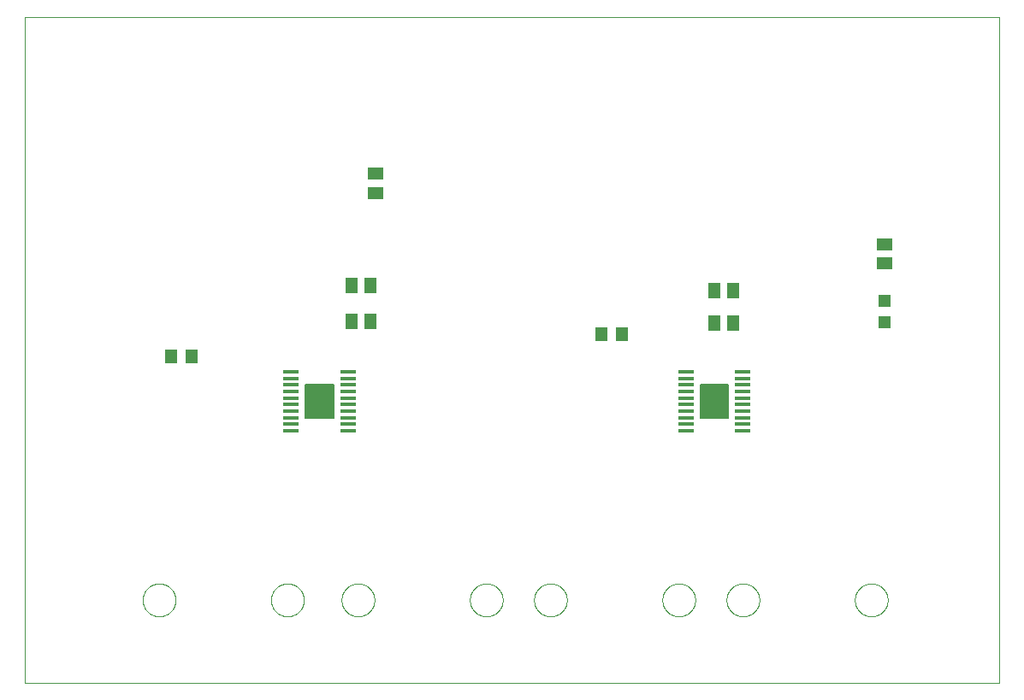
<source format=gtp>
G75*
%MOIN*%
%OFA0B0*%
%FSLAX25Y25*%
%IPPOS*%
%LPD*%
%AMOC8*
5,1,8,0,0,1.08239X$1,22.5*
%
%ADD10C,0.00000*%
%ADD11R,0.05118X0.05906*%
%ADD12R,0.06102X0.01181*%
%ADD13C,0.00500*%
%ADD14R,0.04724X0.04724*%
%ADD15R,0.04843X0.05551*%
%ADD16R,0.04882X0.05512*%
%ADD17R,0.05906X0.05118*%
D10*
X0002600Y0002600D02*
X0002600Y0262561D01*
X0382551Y0262561D01*
X0382551Y0002600D01*
X0002600Y0002600D01*
X0048700Y0035100D02*
X0048702Y0035260D01*
X0048708Y0035419D01*
X0048718Y0035578D01*
X0048732Y0035737D01*
X0048750Y0035896D01*
X0048771Y0036054D01*
X0048797Y0036211D01*
X0048827Y0036368D01*
X0048860Y0036524D01*
X0048898Y0036679D01*
X0048939Y0036833D01*
X0048984Y0036986D01*
X0049033Y0037138D01*
X0049086Y0037289D01*
X0049142Y0037438D01*
X0049203Y0037586D01*
X0049266Y0037732D01*
X0049334Y0037877D01*
X0049405Y0038020D01*
X0049479Y0038161D01*
X0049557Y0038300D01*
X0049639Y0038437D01*
X0049724Y0038572D01*
X0049812Y0038705D01*
X0049904Y0038836D01*
X0049998Y0038964D01*
X0050096Y0039090D01*
X0050197Y0039214D01*
X0050301Y0039335D01*
X0050408Y0039453D01*
X0050518Y0039569D01*
X0050631Y0039682D01*
X0050747Y0039792D01*
X0050865Y0039899D01*
X0050986Y0040003D01*
X0051110Y0040104D01*
X0051236Y0040202D01*
X0051364Y0040296D01*
X0051495Y0040388D01*
X0051628Y0040476D01*
X0051763Y0040561D01*
X0051900Y0040643D01*
X0052039Y0040721D01*
X0052180Y0040795D01*
X0052323Y0040866D01*
X0052468Y0040934D01*
X0052614Y0040997D01*
X0052762Y0041058D01*
X0052911Y0041114D01*
X0053062Y0041167D01*
X0053214Y0041216D01*
X0053367Y0041261D01*
X0053521Y0041302D01*
X0053676Y0041340D01*
X0053832Y0041373D01*
X0053989Y0041403D01*
X0054146Y0041429D01*
X0054304Y0041450D01*
X0054463Y0041468D01*
X0054622Y0041482D01*
X0054781Y0041492D01*
X0054940Y0041498D01*
X0055100Y0041500D01*
X0055260Y0041498D01*
X0055419Y0041492D01*
X0055578Y0041482D01*
X0055737Y0041468D01*
X0055896Y0041450D01*
X0056054Y0041429D01*
X0056211Y0041403D01*
X0056368Y0041373D01*
X0056524Y0041340D01*
X0056679Y0041302D01*
X0056833Y0041261D01*
X0056986Y0041216D01*
X0057138Y0041167D01*
X0057289Y0041114D01*
X0057438Y0041058D01*
X0057586Y0040997D01*
X0057732Y0040934D01*
X0057877Y0040866D01*
X0058020Y0040795D01*
X0058161Y0040721D01*
X0058300Y0040643D01*
X0058437Y0040561D01*
X0058572Y0040476D01*
X0058705Y0040388D01*
X0058836Y0040296D01*
X0058964Y0040202D01*
X0059090Y0040104D01*
X0059214Y0040003D01*
X0059335Y0039899D01*
X0059453Y0039792D01*
X0059569Y0039682D01*
X0059682Y0039569D01*
X0059792Y0039453D01*
X0059899Y0039335D01*
X0060003Y0039214D01*
X0060104Y0039090D01*
X0060202Y0038964D01*
X0060296Y0038836D01*
X0060388Y0038705D01*
X0060476Y0038572D01*
X0060561Y0038437D01*
X0060643Y0038300D01*
X0060721Y0038161D01*
X0060795Y0038020D01*
X0060866Y0037877D01*
X0060934Y0037732D01*
X0060997Y0037586D01*
X0061058Y0037438D01*
X0061114Y0037289D01*
X0061167Y0037138D01*
X0061216Y0036986D01*
X0061261Y0036833D01*
X0061302Y0036679D01*
X0061340Y0036524D01*
X0061373Y0036368D01*
X0061403Y0036211D01*
X0061429Y0036054D01*
X0061450Y0035896D01*
X0061468Y0035737D01*
X0061482Y0035578D01*
X0061492Y0035419D01*
X0061498Y0035260D01*
X0061500Y0035100D01*
X0061498Y0034940D01*
X0061492Y0034781D01*
X0061482Y0034622D01*
X0061468Y0034463D01*
X0061450Y0034304D01*
X0061429Y0034146D01*
X0061403Y0033989D01*
X0061373Y0033832D01*
X0061340Y0033676D01*
X0061302Y0033521D01*
X0061261Y0033367D01*
X0061216Y0033214D01*
X0061167Y0033062D01*
X0061114Y0032911D01*
X0061058Y0032762D01*
X0060997Y0032614D01*
X0060934Y0032468D01*
X0060866Y0032323D01*
X0060795Y0032180D01*
X0060721Y0032039D01*
X0060643Y0031900D01*
X0060561Y0031763D01*
X0060476Y0031628D01*
X0060388Y0031495D01*
X0060296Y0031364D01*
X0060202Y0031236D01*
X0060104Y0031110D01*
X0060003Y0030986D01*
X0059899Y0030865D01*
X0059792Y0030747D01*
X0059682Y0030631D01*
X0059569Y0030518D01*
X0059453Y0030408D01*
X0059335Y0030301D01*
X0059214Y0030197D01*
X0059090Y0030096D01*
X0058964Y0029998D01*
X0058836Y0029904D01*
X0058705Y0029812D01*
X0058572Y0029724D01*
X0058437Y0029639D01*
X0058300Y0029557D01*
X0058161Y0029479D01*
X0058020Y0029405D01*
X0057877Y0029334D01*
X0057732Y0029266D01*
X0057586Y0029203D01*
X0057438Y0029142D01*
X0057289Y0029086D01*
X0057138Y0029033D01*
X0056986Y0028984D01*
X0056833Y0028939D01*
X0056679Y0028898D01*
X0056524Y0028860D01*
X0056368Y0028827D01*
X0056211Y0028797D01*
X0056054Y0028771D01*
X0055896Y0028750D01*
X0055737Y0028732D01*
X0055578Y0028718D01*
X0055419Y0028708D01*
X0055260Y0028702D01*
X0055100Y0028700D01*
X0054940Y0028702D01*
X0054781Y0028708D01*
X0054622Y0028718D01*
X0054463Y0028732D01*
X0054304Y0028750D01*
X0054146Y0028771D01*
X0053989Y0028797D01*
X0053832Y0028827D01*
X0053676Y0028860D01*
X0053521Y0028898D01*
X0053367Y0028939D01*
X0053214Y0028984D01*
X0053062Y0029033D01*
X0052911Y0029086D01*
X0052762Y0029142D01*
X0052614Y0029203D01*
X0052468Y0029266D01*
X0052323Y0029334D01*
X0052180Y0029405D01*
X0052039Y0029479D01*
X0051900Y0029557D01*
X0051763Y0029639D01*
X0051628Y0029724D01*
X0051495Y0029812D01*
X0051364Y0029904D01*
X0051236Y0029998D01*
X0051110Y0030096D01*
X0050986Y0030197D01*
X0050865Y0030301D01*
X0050747Y0030408D01*
X0050631Y0030518D01*
X0050518Y0030631D01*
X0050408Y0030747D01*
X0050301Y0030865D01*
X0050197Y0030986D01*
X0050096Y0031110D01*
X0049998Y0031236D01*
X0049904Y0031364D01*
X0049812Y0031495D01*
X0049724Y0031628D01*
X0049639Y0031763D01*
X0049557Y0031900D01*
X0049479Y0032039D01*
X0049405Y0032180D01*
X0049334Y0032323D01*
X0049266Y0032468D01*
X0049203Y0032614D01*
X0049142Y0032762D01*
X0049086Y0032911D01*
X0049033Y0033062D01*
X0048984Y0033214D01*
X0048939Y0033367D01*
X0048898Y0033521D01*
X0048860Y0033676D01*
X0048827Y0033832D01*
X0048797Y0033989D01*
X0048771Y0034146D01*
X0048750Y0034304D01*
X0048732Y0034463D01*
X0048718Y0034622D01*
X0048708Y0034781D01*
X0048702Y0034940D01*
X0048700Y0035100D01*
X0098700Y0035100D02*
X0098702Y0035260D01*
X0098708Y0035419D01*
X0098718Y0035578D01*
X0098732Y0035737D01*
X0098750Y0035896D01*
X0098771Y0036054D01*
X0098797Y0036211D01*
X0098827Y0036368D01*
X0098860Y0036524D01*
X0098898Y0036679D01*
X0098939Y0036833D01*
X0098984Y0036986D01*
X0099033Y0037138D01*
X0099086Y0037289D01*
X0099142Y0037438D01*
X0099203Y0037586D01*
X0099266Y0037732D01*
X0099334Y0037877D01*
X0099405Y0038020D01*
X0099479Y0038161D01*
X0099557Y0038300D01*
X0099639Y0038437D01*
X0099724Y0038572D01*
X0099812Y0038705D01*
X0099904Y0038836D01*
X0099998Y0038964D01*
X0100096Y0039090D01*
X0100197Y0039214D01*
X0100301Y0039335D01*
X0100408Y0039453D01*
X0100518Y0039569D01*
X0100631Y0039682D01*
X0100747Y0039792D01*
X0100865Y0039899D01*
X0100986Y0040003D01*
X0101110Y0040104D01*
X0101236Y0040202D01*
X0101364Y0040296D01*
X0101495Y0040388D01*
X0101628Y0040476D01*
X0101763Y0040561D01*
X0101900Y0040643D01*
X0102039Y0040721D01*
X0102180Y0040795D01*
X0102323Y0040866D01*
X0102468Y0040934D01*
X0102614Y0040997D01*
X0102762Y0041058D01*
X0102911Y0041114D01*
X0103062Y0041167D01*
X0103214Y0041216D01*
X0103367Y0041261D01*
X0103521Y0041302D01*
X0103676Y0041340D01*
X0103832Y0041373D01*
X0103989Y0041403D01*
X0104146Y0041429D01*
X0104304Y0041450D01*
X0104463Y0041468D01*
X0104622Y0041482D01*
X0104781Y0041492D01*
X0104940Y0041498D01*
X0105100Y0041500D01*
X0105260Y0041498D01*
X0105419Y0041492D01*
X0105578Y0041482D01*
X0105737Y0041468D01*
X0105896Y0041450D01*
X0106054Y0041429D01*
X0106211Y0041403D01*
X0106368Y0041373D01*
X0106524Y0041340D01*
X0106679Y0041302D01*
X0106833Y0041261D01*
X0106986Y0041216D01*
X0107138Y0041167D01*
X0107289Y0041114D01*
X0107438Y0041058D01*
X0107586Y0040997D01*
X0107732Y0040934D01*
X0107877Y0040866D01*
X0108020Y0040795D01*
X0108161Y0040721D01*
X0108300Y0040643D01*
X0108437Y0040561D01*
X0108572Y0040476D01*
X0108705Y0040388D01*
X0108836Y0040296D01*
X0108964Y0040202D01*
X0109090Y0040104D01*
X0109214Y0040003D01*
X0109335Y0039899D01*
X0109453Y0039792D01*
X0109569Y0039682D01*
X0109682Y0039569D01*
X0109792Y0039453D01*
X0109899Y0039335D01*
X0110003Y0039214D01*
X0110104Y0039090D01*
X0110202Y0038964D01*
X0110296Y0038836D01*
X0110388Y0038705D01*
X0110476Y0038572D01*
X0110561Y0038437D01*
X0110643Y0038300D01*
X0110721Y0038161D01*
X0110795Y0038020D01*
X0110866Y0037877D01*
X0110934Y0037732D01*
X0110997Y0037586D01*
X0111058Y0037438D01*
X0111114Y0037289D01*
X0111167Y0037138D01*
X0111216Y0036986D01*
X0111261Y0036833D01*
X0111302Y0036679D01*
X0111340Y0036524D01*
X0111373Y0036368D01*
X0111403Y0036211D01*
X0111429Y0036054D01*
X0111450Y0035896D01*
X0111468Y0035737D01*
X0111482Y0035578D01*
X0111492Y0035419D01*
X0111498Y0035260D01*
X0111500Y0035100D01*
X0111498Y0034940D01*
X0111492Y0034781D01*
X0111482Y0034622D01*
X0111468Y0034463D01*
X0111450Y0034304D01*
X0111429Y0034146D01*
X0111403Y0033989D01*
X0111373Y0033832D01*
X0111340Y0033676D01*
X0111302Y0033521D01*
X0111261Y0033367D01*
X0111216Y0033214D01*
X0111167Y0033062D01*
X0111114Y0032911D01*
X0111058Y0032762D01*
X0110997Y0032614D01*
X0110934Y0032468D01*
X0110866Y0032323D01*
X0110795Y0032180D01*
X0110721Y0032039D01*
X0110643Y0031900D01*
X0110561Y0031763D01*
X0110476Y0031628D01*
X0110388Y0031495D01*
X0110296Y0031364D01*
X0110202Y0031236D01*
X0110104Y0031110D01*
X0110003Y0030986D01*
X0109899Y0030865D01*
X0109792Y0030747D01*
X0109682Y0030631D01*
X0109569Y0030518D01*
X0109453Y0030408D01*
X0109335Y0030301D01*
X0109214Y0030197D01*
X0109090Y0030096D01*
X0108964Y0029998D01*
X0108836Y0029904D01*
X0108705Y0029812D01*
X0108572Y0029724D01*
X0108437Y0029639D01*
X0108300Y0029557D01*
X0108161Y0029479D01*
X0108020Y0029405D01*
X0107877Y0029334D01*
X0107732Y0029266D01*
X0107586Y0029203D01*
X0107438Y0029142D01*
X0107289Y0029086D01*
X0107138Y0029033D01*
X0106986Y0028984D01*
X0106833Y0028939D01*
X0106679Y0028898D01*
X0106524Y0028860D01*
X0106368Y0028827D01*
X0106211Y0028797D01*
X0106054Y0028771D01*
X0105896Y0028750D01*
X0105737Y0028732D01*
X0105578Y0028718D01*
X0105419Y0028708D01*
X0105260Y0028702D01*
X0105100Y0028700D01*
X0104940Y0028702D01*
X0104781Y0028708D01*
X0104622Y0028718D01*
X0104463Y0028732D01*
X0104304Y0028750D01*
X0104146Y0028771D01*
X0103989Y0028797D01*
X0103832Y0028827D01*
X0103676Y0028860D01*
X0103521Y0028898D01*
X0103367Y0028939D01*
X0103214Y0028984D01*
X0103062Y0029033D01*
X0102911Y0029086D01*
X0102762Y0029142D01*
X0102614Y0029203D01*
X0102468Y0029266D01*
X0102323Y0029334D01*
X0102180Y0029405D01*
X0102039Y0029479D01*
X0101900Y0029557D01*
X0101763Y0029639D01*
X0101628Y0029724D01*
X0101495Y0029812D01*
X0101364Y0029904D01*
X0101236Y0029998D01*
X0101110Y0030096D01*
X0100986Y0030197D01*
X0100865Y0030301D01*
X0100747Y0030408D01*
X0100631Y0030518D01*
X0100518Y0030631D01*
X0100408Y0030747D01*
X0100301Y0030865D01*
X0100197Y0030986D01*
X0100096Y0031110D01*
X0099998Y0031236D01*
X0099904Y0031364D01*
X0099812Y0031495D01*
X0099724Y0031628D01*
X0099639Y0031763D01*
X0099557Y0031900D01*
X0099479Y0032039D01*
X0099405Y0032180D01*
X0099334Y0032323D01*
X0099266Y0032468D01*
X0099203Y0032614D01*
X0099142Y0032762D01*
X0099086Y0032911D01*
X0099033Y0033062D01*
X0098984Y0033214D01*
X0098939Y0033367D01*
X0098898Y0033521D01*
X0098860Y0033676D01*
X0098827Y0033832D01*
X0098797Y0033989D01*
X0098771Y0034146D01*
X0098750Y0034304D01*
X0098732Y0034463D01*
X0098718Y0034622D01*
X0098708Y0034781D01*
X0098702Y0034940D01*
X0098700Y0035100D01*
X0126200Y0035100D02*
X0126202Y0035260D01*
X0126208Y0035419D01*
X0126218Y0035578D01*
X0126232Y0035737D01*
X0126250Y0035896D01*
X0126271Y0036054D01*
X0126297Y0036211D01*
X0126327Y0036368D01*
X0126360Y0036524D01*
X0126398Y0036679D01*
X0126439Y0036833D01*
X0126484Y0036986D01*
X0126533Y0037138D01*
X0126586Y0037289D01*
X0126642Y0037438D01*
X0126703Y0037586D01*
X0126766Y0037732D01*
X0126834Y0037877D01*
X0126905Y0038020D01*
X0126979Y0038161D01*
X0127057Y0038300D01*
X0127139Y0038437D01*
X0127224Y0038572D01*
X0127312Y0038705D01*
X0127404Y0038836D01*
X0127498Y0038964D01*
X0127596Y0039090D01*
X0127697Y0039214D01*
X0127801Y0039335D01*
X0127908Y0039453D01*
X0128018Y0039569D01*
X0128131Y0039682D01*
X0128247Y0039792D01*
X0128365Y0039899D01*
X0128486Y0040003D01*
X0128610Y0040104D01*
X0128736Y0040202D01*
X0128864Y0040296D01*
X0128995Y0040388D01*
X0129128Y0040476D01*
X0129263Y0040561D01*
X0129400Y0040643D01*
X0129539Y0040721D01*
X0129680Y0040795D01*
X0129823Y0040866D01*
X0129968Y0040934D01*
X0130114Y0040997D01*
X0130262Y0041058D01*
X0130411Y0041114D01*
X0130562Y0041167D01*
X0130714Y0041216D01*
X0130867Y0041261D01*
X0131021Y0041302D01*
X0131176Y0041340D01*
X0131332Y0041373D01*
X0131489Y0041403D01*
X0131646Y0041429D01*
X0131804Y0041450D01*
X0131963Y0041468D01*
X0132122Y0041482D01*
X0132281Y0041492D01*
X0132440Y0041498D01*
X0132600Y0041500D01*
X0132760Y0041498D01*
X0132919Y0041492D01*
X0133078Y0041482D01*
X0133237Y0041468D01*
X0133396Y0041450D01*
X0133554Y0041429D01*
X0133711Y0041403D01*
X0133868Y0041373D01*
X0134024Y0041340D01*
X0134179Y0041302D01*
X0134333Y0041261D01*
X0134486Y0041216D01*
X0134638Y0041167D01*
X0134789Y0041114D01*
X0134938Y0041058D01*
X0135086Y0040997D01*
X0135232Y0040934D01*
X0135377Y0040866D01*
X0135520Y0040795D01*
X0135661Y0040721D01*
X0135800Y0040643D01*
X0135937Y0040561D01*
X0136072Y0040476D01*
X0136205Y0040388D01*
X0136336Y0040296D01*
X0136464Y0040202D01*
X0136590Y0040104D01*
X0136714Y0040003D01*
X0136835Y0039899D01*
X0136953Y0039792D01*
X0137069Y0039682D01*
X0137182Y0039569D01*
X0137292Y0039453D01*
X0137399Y0039335D01*
X0137503Y0039214D01*
X0137604Y0039090D01*
X0137702Y0038964D01*
X0137796Y0038836D01*
X0137888Y0038705D01*
X0137976Y0038572D01*
X0138061Y0038437D01*
X0138143Y0038300D01*
X0138221Y0038161D01*
X0138295Y0038020D01*
X0138366Y0037877D01*
X0138434Y0037732D01*
X0138497Y0037586D01*
X0138558Y0037438D01*
X0138614Y0037289D01*
X0138667Y0037138D01*
X0138716Y0036986D01*
X0138761Y0036833D01*
X0138802Y0036679D01*
X0138840Y0036524D01*
X0138873Y0036368D01*
X0138903Y0036211D01*
X0138929Y0036054D01*
X0138950Y0035896D01*
X0138968Y0035737D01*
X0138982Y0035578D01*
X0138992Y0035419D01*
X0138998Y0035260D01*
X0139000Y0035100D01*
X0138998Y0034940D01*
X0138992Y0034781D01*
X0138982Y0034622D01*
X0138968Y0034463D01*
X0138950Y0034304D01*
X0138929Y0034146D01*
X0138903Y0033989D01*
X0138873Y0033832D01*
X0138840Y0033676D01*
X0138802Y0033521D01*
X0138761Y0033367D01*
X0138716Y0033214D01*
X0138667Y0033062D01*
X0138614Y0032911D01*
X0138558Y0032762D01*
X0138497Y0032614D01*
X0138434Y0032468D01*
X0138366Y0032323D01*
X0138295Y0032180D01*
X0138221Y0032039D01*
X0138143Y0031900D01*
X0138061Y0031763D01*
X0137976Y0031628D01*
X0137888Y0031495D01*
X0137796Y0031364D01*
X0137702Y0031236D01*
X0137604Y0031110D01*
X0137503Y0030986D01*
X0137399Y0030865D01*
X0137292Y0030747D01*
X0137182Y0030631D01*
X0137069Y0030518D01*
X0136953Y0030408D01*
X0136835Y0030301D01*
X0136714Y0030197D01*
X0136590Y0030096D01*
X0136464Y0029998D01*
X0136336Y0029904D01*
X0136205Y0029812D01*
X0136072Y0029724D01*
X0135937Y0029639D01*
X0135800Y0029557D01*
X0135661Y0029479D01*
X0135520Y0029405D01*
X0135377Y0029334D01*
X0135232Y0029266D01*
X0135086Y0029203D01*
X0134938Y0029142D01*
X0134789Y0029086D01*
X0134638Y0029033D01*
X0134486Y0028984D01*
X0134333Y0028939D01*
X0134179Y0028898D01*
X0134024Y0028860D01*
X0133868Y0028827D01*
X0133711Y0028797D01*
X0133554Y0028771D01*
X0133396Y0028750D01*
X0133237Y0028732D01*
X0133078Y0028718D01*
X0132919Y0028708D01*
X0132760Y0028702D01*
X0132600Y0028700D01*
X0132440Y0028702D01*
X0132281Y0028708D01*
X0132122Y0028718D01*
X0131963Y0028732D01*
X0131804Y0028750D01*
X0131646Y0028771D01*
X0131489Y0028797D01*
X0131332Y0028827D01*
X0131176Y0028860D01*
X0131021Y0028898D01*
X0130867Y0028939D01*
X0130714Y0028984D01*
X0130562Y0029033D01*
X0130411Y0029086D01*
X0130262Y0029142D01*
X0130114Y0029203D01*
X0129968Y0029266D01*
X0129823Y0029334D01*
X0129680Y0029405D01*
X0129539Y0029479D01*
X0129400Y0029557D01*
X0129263Y0029639D01*
X0129128Y0029724D01*
X0128995Y0029812D01*
X0128864Y0029904D01*
X0128736Y0029998D01*
X0128610Y0030096D01*
X0128486Y0030197D01*
X0128365Y0030301D01*
X0128247Y0030408D01*
X0128131Y0030518D01*
X0128018Y0030631D01*
X0127908Y0030747D01*
X0127801Y0030865D01*
X0127697Y0030986D01*
X0127596Y0031110D01*
X0127498Y0031236D01*
X0127404Y0031364D01*
X0127312Y0031495D01*
X0127224Y0031628D01*
X0127139Y0031763D01*
X0127057Y0031900D01*
X0126979Y0032039D01*
X0126905Y0032180D01*
X0126834Y0032323D01*
X0126766Y0032468D01*
X0126703Y0032614D01*
X0126642Y0032762D01*
X0126586Y0032911D01*
X0126533Y0033062D01*
X0126484Y0033214D01*
X0126439Y0033367D01*
X0126398Y0033521D01*
X0126360Y0033676D01*
X0126327Y0033832D01*
X0126297Y0033989D01*
X0126271Y0034146D01*
X0126250Y0034304D01*
X0126232Y0034463D01*
X0126218Y0034622D01*
X0126208Y0034781D01*
X0126202Y0034940D01*
X0126200Y0035100D01*
X0176200Y0035100D02*
X0176202Y0035260D01*
X0176208Y0035419D01*
X0176218Y0035578D01*
X0176232Y0035737D01*
X0176250Y0035896D01*
X0176271Y0036054D01*
X0176297Y0036211D01*
X0176327Y0036368D01*
X0176360Y0036524D01*
X0176398Y0036679D01*
X0176439Y0036833D01*
X0176484Y0036986D01*
X0176533Y0037138D01*
X0176586Y0037289D01*
X0176642Y0037438D01*
X0176703Y0037586D01*
X0176766Y0037732D01*
X0176834Y0037877D01*
X0176905Y0038020D01*
X0176979Y0038161D01*
X0177057Y0038300D01*
X0177139Y0038437D01*
X0177224Y0038572D01*
X0177312Y0038705D01*
X0177404Y0038836D01*
X0177498Y0038964D01*
X0177596Y0039090D01*
X0177697Y0039214D01*
X0177801Y0039335D01*
X0177908Y0039453D01*
X0178018Y0039569D01*
X0178131Y0039682D01*
X0178247Y0039792D01*
X0178365Y0039899D01*
X0178486Y0040003D01*
X0178610Y0040104D01*
X0178736Y0040202D01*
X0178864Y0040296D01*
X0178995Y0040388D01*
X0179128Y0040476D01*
X0179263Y0040561D01*
X0179400Y0040643D01*
X0179539Y0040721D01*
X0179680Y0040795D01*
X0179823Y0040866D01*
X0179968Y0040934D01*
X0180114Y0040997D01*
X0180262Y0041058D01*
X0180411Y0041114D01*
X0180562Y0041167D01*
X0180714Y0041216D01*
X0180867Y0041261D01*
X0181021Y0041302D01*
X0181176Y0041340D01*
X0181332Y0041373D01*
X0181489Y0041403D01*
X0181646Y0041429D01*
X0181804Y0041450D01*
X0181963Y0041468D01*
X0182122Y0041482D01*
X0182281Y0041492D01*
X0182440Y0041498D01*
X0182600Y0041500D01*
X0182760Y0041498D01*
X0182919Y0041492D01*
X0183078Y0041482D01*
X0183237Y0041468D01*
X0183396Y0041450D01*
X0183554Y0041429D01*
X0183711Y0041403D01*
X0183868Y0041373D01*
X0184024Y0041340D01*
X0184179Y0041302D01*
X0184333Y0041261D01*
X0184486Y0041216D01*
X0184638Y0041167D01*
X0184789Y0041114D01*
X0184938Y0041058D01*
X0185086Y0040997D01*
X0185232Y0040934D01*
X0185377Y0040866D01*
X0185520Y0040795D01*
X0185661Y0040721D01*
X0185800Y0040643D01*
X0185937Y0040561D01*
X0186072Y0040476D01*
X0186205Y0040388D01*
X0186336Y0040296D01*
X0186464Y0040202D01*
X0186590Y0040104D01*
X0186714Y0040003D01*
X0186835Y0039899D01*
X0186953Y0039792D01*
X0187069Y0039682D01*
X0187182Y0039569D01*
X0187292Y0039453D01*
X0187399Y0039335D01*
X0187503Y0039214D01*
X0187604Y0039090D01*
X0187702Y0038964D01*
X0187796Y0038836D01*
X0187888Y0038705D01*
X0187976Y0038572D01*
X0188061Y0038437D01*
X0188143Y0038300D01*
X0188221Y0038161D01*
X0188295Y0038020D01*
X0188366Y0037877D01*
X0188434Y0037732D01*
X0188497Y0037586D01*
X0188558Y0037438D01*
X0188614Y0037289D01*
X0188667Y0037138D01*
X0188716Y0036986D01*
X0188761Y0036833D01*
X0188802Y0036679D01*
X0188840Y0036524D01*
X0188873Y0036368D01*
X0188903Y0036211D01*
X0188929Y0036054D01*
X0188950Y0035896D01*
X0188968Y0035737D01*
X0188982Y0035578D01*
X0188992Y0035419D01*
X0188998Y0035260D01*
X0189000Y0035100D01*
X0188998Y0034940D01*
X0188992Y0034781D01*
X0188982Y0034622D01*
X0188968Y0034463D01*
X0188950Y0034304D01*
X0188929Y0034146D01*
X0188903Y0033989D01*
X0188873Y0033832D01*
X0188840Y0033676D01*
X0188802Y0033521D01*
X0188761Y0033367D01*
X0188716Y0033214D01*
X0188667Y0033062D01*
X0188614Y0032911D01*
X0188558Y0032762D01*
X0188497Y0032614D01*
X0188434Y0032468D01*
X0188366Y0032323D01*
X0188295Y0032180D01*
X0188221Y0032039D01*
X0188143Y0031900D01*
X0188061Y0031763D01*
X0187976Y0031628D01*
X0187888Y0031495D01*
X0187796Y0031364D01*
X0187702Y0031236D01*
X0187604Y0031110D01*
X0187503Y0030986D01*
X0187399Y0030865D01*
X0187292Y0030747D01*
X0187182Y0030631D01*
X0187069Y0030518D01*
X0186953Y0030408D01*
X0186835Y0030301D01*
X0186714Y0030197D01*
X0186590Y0030096D01*
X0186464Y0029998D01*
X0186336Y0029904D01*
X0186205Y0029812D01*
X0186072Y0029724D01*
X0185937Y0029639D01*
X0185800Y0029557D01*
X0185661Y0029479D01*
X0185520Y0029405D01*
X0185377Y0029334D01*
X0185232Y0029266D01*
X0185086Y0029203D01*
X0184938Y0029142D01*
X0184789Y0029086D01*
X0184638Y0029033D01*
X0184486Y0028984D01*
X0184333Y0028939D01*
X0184179Y0028898D01*
X0184024Y0028860D01*
X0183868Y0028827D01*
X0183711Y0028797D01*
X0183554Y0028771D01*
X0183396Y0028750D01*
X0183237Y0028732D01*
X0183078Y0028718D01*
X0182919Y0028708D01*
X0182760Y0028702D01*
X0182600Y0028700D01*
X0182440Y0028702D01*
X0182281Y0028708D01*
X0182122Y0028718D01*
X0181963Y0028732D01*
X0181804Y0028750D01*
X0181646Y0028771D01*
X0181489Y0028797D01*
X0181332Y0028827D01*
X0181176Y0028860D01*
X0181021Y0028898D01*
X0180867Y0028939D01*
X0180714Y0028984D01*
X0180562Y0029033D01*
X0180411Y0029086D01*
X0180262Y0029142D01*
X0180114Y0029203D01*
X0179968Y0029266D01*
X0179823Y0029334D01*
X0179680Y0029405D01*
X0179539Y0029479D01*
X0179400Y0029557D01*
X0179263Y0029639D01*
X0179128Y0029724D01*
X0178995Y0029812D01*
X0178864Y0029904D01*
X0178736Y0029998D01*
X0178610Y0030096D01*
X0178486Y0030197D01*
X0178365Y0030301D01*
X0178247Y0030408D01*
X0178131Y0030518D01*
X0178018Y0030631D01*
X0177908Y0030747D01*
X0177801Y0030865D01*
X0177697Y0030986D01*
X0177596Y0031110D01*
X0177498Y0031236D01*
X0177404Y0031364D01*
X0177312Y0031495D01*
X0177224Y0031628D01*
X0177139Y0031763D01*
X0177057Y0031900D01*
X0176979Y0032039D01*
X0176905Y0032180D01*
X0176834Y0032323D01*
X0176766Y0032468D01*
X0176703Y0032614D01*
X0176642Y0032762D01*
X0176586Y0032911D01*
X0176533Y0033062D01*
X0176484Y0033214D01*
X0176439Y0033367D01*
X0176398Y0033521D01*
X0176360Y0033676D01*
X0176327Y0033832D01*
X0176297Y0033989D01*
X0176271Y0034146D01*
X0176250Y0034304D01*
X0176232Y0034463D01*
X0176218Y0034622D01*
X0176208Y0034781D01*
X0176202Y0034940D01*
X0176200Y0035100D01*
X0201200Y0035100D02*
X0201202Y0035260D01*
X0201208Y0035419D01*
X0201218Y0035578D01*
X0201232Y0035737D01*
X0201250Y0035896D01*
X0201271Y0036054D01*
X0201297Y0036211D01*
X0201327Y0036368D01*
X0201360Y0036524D01*
X0201398Y0036679D01*
X0201439Y0036833D01*
X0201484Y0036986D01*
X0201533Y0037138D01*
X0201586Y0037289D01*
X0201642Y0037438D01*
X0201703Y0037586D01*
X0201766Y0037732D01*
X0201834Y0037877D01*
X0201905Y0038020D01*
X0201979Y0038161D01*
X0202057Y0038300D01*
X0202139Y0038437D01*
X0202224Y0038572D01*
X0202312Y0038705D01*
X0202404Y0038836D01*
X0202498Y0038964D01*
X0202596Y0039090D01*
X0202697Y0039214D01*
X0202801Y0039335D01*
X0202908Y0039453D01*
X0203018Y0039569D01*
X0203131Y0039682D01*
X0203247Y0039792D01*
X0203365Y0039899D01*
X0203486Y0040003D01*
X0203610Y0040104D01*
X0203736Y0040202D01*
X0203864Y0040296D01*
X0203995Y0040388D01*
X0204128Y0040476D01*
X0204263Y0040561D01*
X0204400Y0040643D01*
X0204539Y0040721D01*
X0204680Y0040795D01*
X0204823Y0040866D01*
X0204968Y0040934D01*
X0205114Y0040997D01*
X0205262Y0041058D01*
X0205411Y0041114D01*
X0205562Y0041167D01*
X0205714Y0041216D01*
X0205867Y0041261D01*
X0206021Y0041302D01*
X0206176Y0041340D01*
X0206332Y0041373D01*
X0206489Y0041403D01*
X0206646Y0041429D01*
X0206804Y0041450D01*
X0206963Y0041468D01*
X0207122Y0041482D01*
X0207281Y0041492D01*
X0207440Y0041498D01*
X0207600Y0041500D01*
X0207760Y0041498D01*
X0207919Y0041492D01*
X0208078Y0041482D01*
X0208237Y0041468D01*
X0208396Y0041450D01*
X0208554Y0041429D01*
X0208711Y0041403D01*
X0208868Y0041373D01*
X0209024Y0041340D01*
X0209179Y0041302D01*
X0209333Y0041261D01*
X0209486Y0041216D01*
X0209638Y0041167D01*
X0209789Y0041114D01*
X0209938Y0041058D01*
X0210086Y0040997D01*
X0210232Y0040934D01*
X0210377Y0040866D01*
X0210520Y0040795D01*
X0210661Y0040721D01*
X0210800Y0040643D01*
X0210937Y0040561D01*
X0211072Y0040476D01*
X0211205Y0040388D01*
X0211336Y0040296D01*
X0211464Y0040202D01*
X0211590Y0040104D01*
X0211714Y0040003D01*
X0211835Y0039899D01*
X0211953Y0039792D01*
X0212069Y0039682D01*
X0212182Y0039569D01*
X0212292Y0039453D01*
X0212399Y0039335D01*
X0212503Y0039214D01*
X0212604Y0039090D01*
X0212702Y0038964D01*
X0212796Y0038836D01*
X0212888Y0038705D01*
X0212976Y0038572D01*
X0213061Y0038437D01*
X0213143Y0038300D01*
X0213221Y0038161D01*
X0213295Y0038020D01*
X0213366Y0037877D01*
X0213434Y0037732D01*
X0213497Y0037586D01*
X0213558Y0037438D01*
X0213614Y0037289D01*
X0213667Y0037138D01*
X0213716Y0036986D01*
X0213761Y0036833D01*
X0213802Y0036679D01*
X0213840Y0036524D01*
X0213873Y0036368D01*
X0213903Y0036211D01*
X0213929Y0036054D01*
X0213950Y0035896D01*
X0213968Y0035737D01*
X0213982Y0035578D01*
X0213992Y0035419D01*
X0213998Y0035260D01*
X0214000Y0035100D01*
X0213998Y0034940D01*
X0213992Y0034781D01*
X0213982Y0034622D01*
X0213968Y0034463D01*
X0213950Y0034304D01*
X0213929Y0034146D01*
X0213903Y0033989D01*
X0213873Y0033832D01*
X0213840Y0033676D01*
X0213802Y0033521D01*
X0213761Y0033367D01*
X0213716Y0033214D01*
X0213667Y0033062D01*
X0213614Y0032911D01*
X0213558Y0032762D01*
X0213497Y0032614D01*
X0213434Y0032468D01*
X0213366Y0032323D01*
X0213295Y0032180D01*
X0213221Y0032039D01*
X0213143Y0031900D01*
X0213061Y0031763D01*
X0212976Y0031628D01*
X0212888Y0031495D01*
X0212796Y0031364D01*
X0212702Y0031236D01*
X0212604Y0031110D01*
X0212503Y0030986D01*
X0212399Y0030865D01*
X0212292Y0030747D01*
X0212182Y0030631D01*
X0212069Y0030518D01*
X0211953Y0030408D01*
X0211835Y0030301D01*
X0211714Y0030197D01*
X0211590Y0030096D01*
X0211464Y0029998D01*
X0211336Y0029904D01*
X0211205Y0029812D01*
X0211072Y0029724D01*
X0210937Y0029639D01*
X0210800Y0029557D01*
X0210661Y0029479D01*
X0210520Y0029405D01*
X0210377Y0029334D01*
X0210232Y0029266D01*
X0210086Y0029203D01*
X0209938Y0029142D01*
X0209789Y0029086D01*
X0209638Y0029033D01*
X0209486Y0028984D01*
X0209333Y0028939D01*
X0209179Y0028898D01*
X0209024Y0028860D01*
X0208868Y0028827D01*
X0208711Y0028797D01*
X0208554Y0028771D01*
X0208396Y0028750D01*
X0208237Y0028732D01*
X0208078Y0028718D01*
X0207919Y0028708D01*
X0207760Y0028702D01*
X0207600Y0028700D01*
X0207440Y0028702D01*
X0207281Y0028708D01*
X0207122Y0028718D01*
X0206963Y0028732D01*
X0206804Y0028750D01*
X0206646Y0028771D01*
X0206489Y0028797D01*
X0206332Y0028827D01*
X0206176Y0028860D01*
X0206021Y0028898D01*
X0205867Y0028939D01*
X0205714Y0028984D01*
X0205562Y0029033D01*
X0205411Y0029086D01*
X0205262Y0029142D01*
X0205114Y0029203D01*
X0204968Y0029266D01*
X0204823Y0029334D01*
X0204680Y0029405D01*
X0204539Y0029479D01*
X0204400Y0029557D01*
X0204263Y0029639D01*
X0204128Y0029724D01*
X0203995Y0029812D01*
X0203864Y0029904D01*
X0203736Y0029998D01*
X0203610Y0030096D01*
X0203486Y0030197D01*
X0203365Y0030301D01*
X0203247Y0030408D01*
X0203131Y0030518D01*
X0203018Y0030631D01*
X0202908Y0030747D01*
X0202801Y0030865D01*
X0202697Y0030986D01*
X0202596Y0031110D01*
X0202498Y0031236D01*
X0202404Y0031364D01*
X0202312Y0031495D01*
X0202224Y0031628D01*
X0202139Y0031763D01*
X0202057Y0031900D01*
X0201979Y0032039D01*
X0201905Y0032180D01*
X0201834Y0032323D01*
X0201766Y0032468D01*
X0201703Y0032614D01*
X0201642Y0032762D01*
X0201586Y0032911D01*
X0201533Y0033062D01*
X0201484Y0033214D01*
X0201439Y0033367D01*
X0201398Y0033521D01*
X0201360Y0033676D01*
X0201327Y0033832D01*
X0201297Y0033989D01*
X0201271Y0034146D01*
X0201250Y0034304D01*
X0201232Y0034463D01*
X0201218Y0034622D01*
X0201208Y0034781D01*
X0201202Y0034940D01*
X0201200Y0035100D01*
X0251200Y0035100D02*
X0251202Y0035260D01*
X0251208Y0035419D01*
X0251218Y0035578D01*
X0251232Y0035737D01*
X0251250Y0035896D01*
X0251271Y0036054D01*
X0251297Y0036211D01*
X0251327Y0036368D01*
X0251360Y0036524D01*
X0251398Y0036679D01*
X0251439Y0036833D01*
X0251484Y0036986D01*
X0251533Y0037138D01*
X0251586Y0037289D01*
X0251642Y0037438D01*
X0251703Y0037586D01*
X0251766Y0037732D01*
X0251834Y0037877D01*
X0251905Y0038020D01*
X0251979Y0038161D01*
X0252057Y0038300D01*
X0252139Y0038437D01*
X0252224Y0038572D01*
X0252312Y0038705D01*
X0252404Y0038836D01*
X0252498Y0038964D01*
X0252596Y0039090D01*
X0252697Y0039214D01*
X0252801Y0039335D01*
X0252908Y0039453D01*
X0253018Y0039569D01*
X0253131Y0039682D01*
X0253247Y0039792D01*
X0253365Y0039899D01*
X0253486Y0040003D01*
X0253610Y0040104D01*
X0253736Y0040202D01*
X0253864Y0040296D01*
X0253995Y0040388D01*
X0254128Y0040476D01*
X0254263Y0040561D01*
X0254400Y0040643D01*
X0254539Y0040721D01*
X0254680Y0040795D01*
X0254823Y0040866D01*
X0254968Y0040934D01*
X0255114Y0040997D01*
X0255262Y0041058D01*
X0255411Y0041114D01*
X0255562Y0041167D01*
X0255714Y0041216D01*
X0255867Y0041261D01*
X0256021Y0041302D01*
X0256176Y0041340D01*
X0256332Y0041373D01*
X0256489Y0041403D01*
X0256646Y0041429D01*
X0256804Y0041450D01*
X0256963Y0041468D01*
X0257122Y0041482D01*
X0257281Y0041492D01*
X0257440Y0041498D01*
X0257600Y0041500D01*
X0257760Y0041498D01*
X0257919Y0041492D01*
X0258078Y0041482D01*
X0258237Y0041468D01*
X0258396Y0041450D01*
X0258554Y0041429D01*
X0258711Y0041403D01*
X0258868Y0041373D01*
X0259024Y0041340D01*
X0259179Y0041302D01*
X0259333Y0041261D01*
X0259486Y0041216D01*
X0259638Y0041167D01*
X0259789Y0041114D01*
X0259938Y0041058D01*
X0260086Y0040997D01*
X0260232Y0040934D01*
X0260377Y0040866D01*
X0260520Y0040795D01*
X0260661Y0040721D01*
X0260800Y0040643D01*
X0260937Y0040561D01*
X0261072Y0040476D01*
X0261205Y0040388D01*
X0261336Y0040296D01*
X0261464Y0040202D01*
X0261590Y0040104D01*
X0261714Y0040003D01*
X0261835Y0039899D01*
X0261953Y0039792D01*
X0262069Y0039682D01*
X0262182Y0039569D01*
X0262292Y0039453D01*
X0262399Y0039335D01*
X0262503Y0039214D01*
X0262604Y0039090D01*
X0262702Y0038964D01*
X0262796Y0038836D01*
X0262888Y0038705D01*
X0262976Y0038572D01*
X0263061Y0038437D01*
X0263143Y0038300D01*
X0263221Y0038161D01*
X0263295Y0038020D01*
X0263366Y0037877D01*
X0263434Y0037732D01*
X0263497Y0037586D01*
X0263558Y0037438D01*
X0263614Y0037289D01*
X0263667Y0037138D01*
X0263716Y0036986D01*
X0263761Y0036833D01*
X0263802Y0036679D01*
X0263840Y0036524D01*
X0263873Y0036368D01*
X0263903Y0036211D01*
X0263929Y0036054D01*
X0263950Y0035896D01*
X0263968Y0035737D01*
X0263982Y0035578D01*
X0263992Y0035419D01*
X0263998Y0035260D01*
X0264000Y0035100D01*
X0263998Y0034940D01*
X0263992Y0034781D01*
X0263982Y0034622D01*
X0263968Y0034463D01*
X0263950Y0034304D01*
X0263929Y0034146D01*
X0263903Y0033989D01*
X0263873Y0033832D01*
X0263840Y0033676D01*
X0263802Y0033521D01*
X0263761Y0033367D01*
X0263716Y0033214D01*
X0263667Y0033062D01*
X0263614Y0032911D01*
X0263558Y0032762D01*
X0263497Y0032614D01*
X0263434Y0032468D01*
X0263366Y0032323D01*
X0263295Y0032180D01*
X0263221Y0032039D01*
X0263143Y0031900D01*
X0263061Y0031763D01*
X0262976Y0031628D01*
X0262888Y0031495D01*
X0262796Y0031364D01*
X0262702Y0031236D01*
X0262604Y0031110D01*
X0262503Y0030986D01*
X0262399Y0030865D01*
X0262292Y0030747D01*
X0262182Y0030631D01*
X0262069Y0030518D01*
X0261953Y0030408D01*
X0261835Y0030301D01*
X0261714Y0030197D01*
X0261590Y0030096D01*
X0261464Y0029998D01*
X0261336Y0029904D01*
X0261205Y0029812D01*
X0261072Y0029724D01*
X0260937Y0029639D01*
X0260800Y0029557D01*
X0260661Y0029479D01*
X0260520Y0029405D01*
X0260377Y0029334D01*
X0260232Y0029266D01*
X0260086Y0029203D01*
X0259938Y0029142D01*
X0259789Y0029086D01*
X0259638Y0029033D01*
X0259486Y0028984D01*
X0259333Y0028939D01*
X0259179Y0028898D01*
X0259024Y0028860D01*
X0258868Y0028827D01*
X0258711Y0028797D01*
X0258554Y0028771D01*
X0258396Y0028750D01*
X0258237Y0028732D01*
X0258078Y0028718D01*
X0257919Y0028708D01*
X0257760Y0028702D01*
X0257600Y0028700D01*
X0257440Y0028702D01*
X0257281Y0028708D01*
X0257122Y0028718D01*
X0256963Y0028732D01*
X0256804Y0028750D01*
X0256646Y0028771D01*
X0256489Y0028797D01*
X0256332Y0028827D01*
X0256176Y0028860D01*
X0256021Y0028898D01*
X0255867Y0028939D01*
X0255714Y0028984D01*
X0255562Y0029033D01*
X0255411Y0029086D01*
X0255262Y0029142D01*
X0255114Y0029203D01*
X0254968Y0029266D01*
X0254823Y0029334D01*
X0254680Y0029405D01*
X0254539Y0029479D01*
X0254400Y0029557D01*
X0254263Y0029639D01*
X0254128Y0029724D01*
X0253995Y0029812D01*
X0253864Y0029904D01*
X0253736Y0029998D01*
X0253610Y0030096D01*
X0253486Y0030197D01*
X0253365Y0030301D01*
X0253247Y0030408D01*
X0253131Y0030518D01*
X0253018Y0030631D01*
X0252908Y0030747D01*
X0252801Y0030865D01*
X0252697Y0030986D01*
X0252596Y0031110D01*
X0252498Y0031236D01*
X0252404Y0031364D01*
X0252312Y0031495D01*
X0252224Y0031628D01*
X0252139Y0031763D01*
X0252057Y0031900D01*
X0251979Y0032039D01*
X0251905Y0032180D01*
X0251834Y0032323D01*
X0251766Y0032468D01*
X0251703Y0032614D01*
X0251642Y0032762D01*
X0251586Y0032911D01*
X0251533Y0033062D01*
X0251484Y0033214D01*
X0251439Y0033367D01*
X0251398Y0033521D01*
X0251360Y0033676D01*
X0251327Y0033832D01*
X0251297Y0033989D01*
X0251271Y0034146D01*
X0251250Y0034304D01*
X0251232Y0034463D01*
X0251218Y0034622D01*
X0251208Y0034781D01*
X0251202Y0034940D01*
X0251200Y0035100D01*
X0276200Y0035100D02*
X0276202Y0035260D01*
X0276208Y0035419D01*
X0276218Y0035578D01*
X0276232Y0035737D01*
X0276250Y0035896D01*
X0276271Y0036054D01*
X0276297Y0036211D01*
X0276327Y0036368D01*
X0276360Y0036524D01*
X0276398Y0036679D01*
X0276439Y0036833D01*
X0276484Y0036986D01*
X0276533Y0037138D01*
X0276586Y0037289D01*
X0276642Y0037438D01*
X0276703Y0037586D01*
X0276766Y0037732D01*
X0276834Y0037877D01*
X0276905Y0038020D01*
X0276979Y0038161D01*
X0277057Y0038300D01*
X0277139Y0038437D01*
X0277224Y0038572D01*
X0277312Y0038705D01*
X0277404Y0038836D01*
X0277498Y0038964D01*
X0277596Y0039090D01*
X0277697Y0039214D01*
X0277801Y0039335D01*
X0277908Y0039453D01*
X0278018Y0039569D01*
X0278131Y0039682D01*
X0278247Y0039792D01*
X0278365Y0039899D01*
X0278486Y0040003D01*
X0278610Y0040104D01*
X0278736Y0040202D01*
X0278864Y0040296D01*
X0278995Y0040388D01*
X0279128Y0040476D01*
X0279263Y0040561D01*
X0279400Y0040643D01*
X0279539Y0040721D01*
X0279680Y0040795D01*
X0279823Y0040866D01*
X0279968Y0040934D01*
X0280114Y0040997D01*
X0280262Y0041058D01*
X0280411Y0041114D01*
X0280562Y0041167D01*
X0280714Y0041216D01*
X0280867Y0041261D01*
X0281021Y0041302D01*
X0281176Y0041340D01*
X0281332Y0041373D01*
X0281489Y0041403D01*
X0281646Y0041429D01*
X0281804Y0041450D01*
X0281963Y0041468D01*
X0282122Y0041482D01*
X0282281Y0041492D01*
X0282440Y0041498D01*
X0282600Y0041500D01*
X0282760Y0041498D01*
X0282919Y0041492D01*
X0283078Y0041482D01*
X0283237Y0041468D01*
X0283396Y0041450D01*
X0283554Y0041429D01*
X0283711Y0041403D01*
X0283868Y0041373D01*
X0284024Y0041340D01*
X0284179Y0041302D01*
X0284333Y0041261D01*
X0284486Y0041216D01*
X0284638Y0041167D01*
X0284789Y0041114D01*
X0284938Y0041058D01*
X0285086Y0040997D01*
X0285232Y0040934D01*
X0285377Y0040866D01*
X0285520Y0040795D01*
X0285661Y0040721D01*
X0285800Y0040643D01*
X0285937Y0040561D01*
X0286072Y0040476D01*
X0286205Y0040388D01*
X0286336Y0040296D01*
X0286464Y0040202D01*
X0286590Y0040104D01*
X0286714Y0040003D01*
X0286835Y0039899D01*
X0286953Y0039792D01*
X0287069Y0039682D01*
X0287182Y0039569D01*
X0287292Y0039453D01*
X0287399Y0039335D01*
X0287503Y0039214D01*
X0287604Y0039090D01*
X0287702Y0038964D01*
X0287796Y0038836D01*
X0287888Y0038705D01*
X0287976Y0038572D01*
X0288061Y0038437D01*
X0288143Y0038300D01*
X0288221Y0038161D01*
X0288295Y0038020D01*
X0288366Y0037877D01*
X0288434Y0037732D01*
X0288497Y0037586D01*
X0288558Y0037438D01*
X0288614Y0037289D01*
X0288667Y0037138D01*
X0288716Y0036986D01*
X0288761Y0036833D01*
X0288802Y0036679D01*
X0288840Y0036524D01*
X0288873Y0036368D01*
X0288903Y0036211D01*
X0288929Y0036054D01*
X0288950Y0035896D01*
X0288968Y0035737D01*
X0288982Y0035578D01*
X0288992Y0035419D01*
X0288998Y0035260D01*
X0289000Y0035100D01*
X0288998Y0034940D01*
X0288992Y0034781D01*
X0288982Y0034622D01*
X0288968Y0034463D01*
X0288950Y0034304D01*
X0288929Y0034146D01*
X0288903Y0033989D01*
X0288873Y0033832D01*
X0288840Y0033676D01*
X0288802Y0033521D01*
X0288761Y0033367D01*
X0288716Y0033214D01*
X0288667Y0033062D01*
X0288614Y0032911D01*
X0288558Y0032762D01*
X0288497Y0032614D01*
X0288434Y0032468D01*
X0288366Y0032323D01*
X0288295Y0032180D01*
X0288221Y0032039D01*
X0288143Y0031900D01*
X0288061Y0031763D01*
X0287976Y0031628D01*
X0287888Y0031495D01*
X0287796Y0031364D01*
X0287702Y0031236D01*
X0287604Y0031110D01*
X0287503Y0030986D01*
X0287399Y0030865D01*
X0287292Y0030747D01*
X0287182Y0030631D01*
X0287069Y0030518D01*
X0286953Y0030408D01*
X0286835Y0030301D01*
X0286714Y0030197D01*
X0286590Y0030096D01*
X0286464Y0029998D01*
X0286336Y0029904D01*
X0286205Y0029812D01*
X0286072Y0029724D01*
X0285937Y0029639D01*
X0285800Y0029557D01*
X0285661Y0029479D01*
X0285520Y0029405D01*
X0285377Y0029334D01*
X0285232Y0029266D01*
X0285086Y0029203D01*
X0284938Y0029142D01*
X0284789Y0029086D01*
X0284638Y0029033D01*
X0284486Y0028984D01*
X0284333Y0028939D01*
X0284179Y0028898D01*
X0284024Y0028860D01*
X0283868Y0028827D01*
X0283711Y0028797D01*
X0283554Y0028771D01*
X0283396Y0028750D01*
X0283237Y0028732D01*
X0283078Y0028718D01*
X0282919Y0028708D01*
X0282760Y0028702D01*
X0282600Y0028700D01*
X0282440Y0028702D01*
X0282281Y0028708D01*
X0282122Y0028718D01*
X0281963Y0028732D01*
X0281804Y0028750D01*
X0281646Y0028771D01*
X0281489Y0028797D01*
X0281332Y0028827D01*
X0281176Y0028860D01*
X0281021Y0028898D01*
X0280867Y0028939D01*
X0280714Y0028984D01*
X0280562Y0029033D01*
X0280411Y0029086D01*
X0280262Y0029142D01*
X0280114Y0029203D01*
X0279968Y0029266D01*
X0279823Y0029334D01*
X0279680Y0029405D01*
X0279539Y0029479D01*
X0279400Y0029557D01*
X0279263Y0029639D01*
X0279128Y0029724D01*
X0278995Y0029812D01*
X0278864Y0029904D01*
X0278736Y0029998D01*
X0278610Y0030096D01*
X0278486Y0030197D01*
X0278365Y0030301D01*
X0278247Y0030408D01*
X0278131Y0030518D01*
X0278018Y0030631D01*
X0277908Y0030747D01*
X0277801Y0030865D01*
X0277697Y0030986D01*
X0277596Y0031110D01*
X0277498Y0031236D01*
X0277404Y0031364D01*
X0277312Y0031495D01*
X0277224Y0031628D01*
X0277139Y0031763D01*
X0277057Y0031900D01*
X0276979Y0032039D01*
X0276905Y0032180D01*
X0276834Y0032323D01*
X0276766Y0032468D01*
X0276703Y0032614D01*
X0276642Y0032762D01*
X0276586Y0032911D01*
X0276533Y0033062D01*
X0276484Y0033214D01*
X0276439Y0033367D01*
X0276398Y0033521D01*
X0276360Y0033676D01*
X0276327Y0033832D01*
X0276297Y0033989D01*
X0276271Y0034146D01*
X0276250Y0034304D01*
X0276232Y0034463D01*
X0276218Y0034622D01*
X0276208Y0034781D01*
X0276202Y0034940D01*
X0276200Y0035100D01*
X0326200Y0035100D02*
X0326202Y0035260D01*
X0326208Y0035419D01*
X0326218Y0035578D01*
X0326232Y0035737D01*
X0326250Y0035896D01*
X0326271Y0036054D01*
X0326297Y0036211D01*
X0326327Y0036368D01*
X0326360Y0036524D01*
X0326398Y0036679D01*
X0326439Y0036833D01*
X0326484Y0036986D01*
X0326533Y0037138D01*
X0326586Y0037289D01*
X0326642Y0037438D01*
X0326703Y0037586D01*
X0326766Y0037732D01*
X0326834Y0037877D01*
X0326905Y0038020D01*
X0326979Y0038161D01*
X0327057Y0038300D01*
X0327139Y0038437D01*
X0327224Y0038572D01*
X0327312Y0038705D01*
X0327404Y0038836D01*
X0327498Y0038964D01*
X0327596Y0039090D01*
X0327697Y0039214D01*
X0327801Y0039335D01*
X0327908Y0039453D01*
X0328018Y0039569D01*
X0328131Y0039682D01*
X0328247Y0039792D01*
X0328365Y0039899D01*
X0328486Y0040003D01*
X0328610Y0040104D01*
X0328736Y0040202D01*
X0328864Y0040296D01*
X0328995Y0040388D01*
X0329128Y0040476D01*
X0329263Y0040561D01*
X0329400Y0040643D01*
X0329539Y0040721D01*
X0329680Y0040795D01*
X0329823Y0040866D01*
X0329968Y0040934D01*
X0330114Y0040997D01*
X0330262Y0041058D01*
X0330411Y0041114D01*
X0330562Y0041167D01*
X0330714Y0041216D01*
X0330867Y0041261D01*
X0331021Y0041302D01*
X0331176Y0041340D01*
X0331332Y0041373D01*
X0331489Y0041403D01*
X0331646Y0041429D01*
X0331804Y0041450D01*
X0331963Y0041468D01*
X0332122Y0041482D01*
X0332281Y0041492D01*
X0332440Y0041498D01*
X0332600Y0041500D01*
X0332760Y0041498D01*
X0332919Y0041492D01*
X0333078Y0041482D01*
X0333237Y0041468D01*
X0333396Y0041450D01*
X0333554Y0041429D01*
X0333711Y0041403D01*
X0333868Y0041373D01*
X0334024Y0041340D01*
X0334179Y0041302D01*
X0334333Y0041261D01*
X0334486Y0041216D01*
X0334638Y0041167D01*
X0334789Y0041114D01*
X0334938Y0041058D01*
X0335086Y0040997D01*
X0335232Y0040934D01*
X0335377Y0040866D01*
X0335520Y0040795D01*
X0335661Y0040721D01*
X0335800Y0040643D01*
X0335937Y0040561D01*
X0336072Y0040476D01*
X0336205Y0040388D01*
X0336336Y0040296D01*
X0336464Y0040202D01*
X0336590Y0040104D01*
X0336714Y0040003D01*
X0336835Y0039899D01*
X0336953Y0039792D01*
X0337069Y0039682D01*
X0337182Y0039569D01*
X0337292Y0039453D01*
X0337399Y0039335D01*
X0337503Y0039214D01*
X0337604Y0039090D01*
X0337702Y0038964D01*
X0337796Y0038836D01*
X0337888Y0038705D01*
X0337976Y0038572D01*
X0338061Y0038437D01*
X0338143Y0038300D01*
X0338221Y0038161D01*
X0338295Y0038020D01*
X0338366Y0037877D01*
X0338434Y0037732D01*
X0338497Y0037586D01*
X0338558Y0037438D01*
X0338614Y0037289D01*
X0338667Y0037138D01*
X0338716Y0036986D01*
X0338761Y0036833D01*
X0338802Y0036679D01*
X0338840Y0036524D01*
X0338873Y0036368D01*
X0338903Y0036211D01*
X0338929Y0036054D01*
X0338950Y0035896D01*
X0338968Y0035737D01*
X0338982Y0035578D01*
X0338992Y0035419D01*
X0338998Y0035260D01*
X0339000Y0035100D01*
X0338998Y0034940D01*
X0338992Y0034781D01*
X0338982Y0034622D01*
X0338968Y0034463D01*
X0338950Y0034304D01*
X0338929Y0034146D01*
X0338903Y0033989D01*
X0338873Y0033832D01*
X0338840Y0033676D01*
X0338802Y0033521D01*
X0338761Y0033367D01*
X0338716Y0033214D01*
X0338667Y0033062D01*
X0338614Y0032911D01*
X0338558Y0032762D01*
X0338497Y0032614D01*
X0338434Y0032468D01*
X0338366Y0032323D01*
X0338295Y0032180D01*
X0338221Y0032039D01*
X0338143Y0031900D01*
X0338061Y0031763D01*
X0337976Y0031628D01*
X0337888Y0031495D01*
X0337796Y0031364D01*
X0337702Y0031236D01*
X0337604Y0031110D01*
X0337503Y0030986D01*
X0337399Y0030865D01*
X0337292Y0030747D01*
X0337182Y0030631D01*
X0337069Y0030518D01*
X0336953Y0030408D01*
X0336835Y0030301D01*
X0336714Y0030197D01*
X0336590Y0030096D01*
X0336464Y0029998D01*
X0336336Y0029904D01*
X0336205Y0029812D01*
X0336072Y0029724D01*
X0335937Y0029639D01*
X0335800Y0029557D01*
X0335661Y0029479D01*
X0335520Y0029405D01*
X0335377Y0029334D01*
X0335232Y0029266D01*
X0335086Y0029203D01*
X0334938Y0029142D01*
X0334789Y0029086D01*
X0334638Y0029033D01*
X0334486Y0028984D01*
X0334333Y0028939D01*
X0334179Y0028898D01*
X0334024Y0028860D01*
X0333868Y0028827D01*
X0333711Y0028797D01*
X0333554Y0028771D01*
X0333396Y0028750D01*
X0333237Y0028732D01*
X0333078Y0028718D01*
X0332919Y0028708D01*
X0332760Y0028702D01*
X0332600Y0028700D01*
X0332440Y0028702D01*
X0332281Y0028708D01*
X0332122Y0028718D01*
X0331963Y0028732D01*
X0331804Y0028750D01*
X0331646Y0028771D01*
X0331489Y0028797D01*
X0331332Y0028827D01*
X0331176Y0028860D01*
X0331021Y0028898D01*
X0330867Y0028939D01*
X0330714Y0028984D01*
X0330562Y0029033D01*
X0330411Y0029086D01*
X0330262Y0029142D01*
X0330114Y0029203D01*
X0329968Y0029266D01*
X0329823Y0029334D01*
X0329680Y0029405D01*
X0329539Y0029479D01*
X0329400Y0029557D01*
X0329263Y0029639D01*
X0329128Y0029724D01*
X0328995Y0029812D01*
X0328864Y0029904D01*
X0328736Y0029998D01*
X0328610Y0030096D01*
X0328486Y0030197D01*
X0328365Y0030301D01*
X0328247Y0030408D01*
X0328131Y0030518D01*
X0328018Y0030631D01*
X0327908Y0030747D01*
X0327801Y0030865D01*
X0327697Y0030986D01*
X0327596Y0031110D01*
X0327498Y0031236D01*
X0327404Y0031364D01*
X0327312Y0031495D01*
X0327224Y0031628D01*
X0327139Y0031763D01*
X0327057Y0031900D01*
X0326979Y0032039D01*
X0326905Y0032180D01*
X0326834Y0032323D01*
X0326766Y0032468D01*
X0326703Y0032614D01*
X0326642Y0032762D01*
X0326586Y0032911D01*
X0326533Y0033062D01*
X0326484Y0033214D01*
X0326439Y0033367D01*
X0326398Y0033521D01*
X0326360Y0033676D01*
X0326327Y0033832D01*
X0326297Y0033989D01*
X0326271Y0034146D01*
X0326250Y0034304D01*
X0326232Y0034463D01*
X0326218Y0034622D01*
X0326208Y0034781D01*
X0326202Y0034940D01*
X0326200Y0035100D01*
D11*
X0278890Y0143088D03*
X0271410Y0143088D03*
X0271410Y0155638D03*
X0278890Y0155638D03*
X0137590Y0157600D03*
X0130110Y0157600D03*
X0130110Y0143850D03*
X0137590Y0143850D03*
D12*
X0128624Y0124116D03*
X0128624Y0121557D03*
X0128624Y0118998D03*
X0128624Y0116439D03*
X0128624Y0113880D03*
X0128624Y0111320D03*
X0128624Y0108761D03*
X0128624Y0106202D03*
X0128624Y0103643D03*
X0128624Y0101084D03*
X0106576Y0101084D03*
X0106576Y0103643D03*
X0106576Y0106202D03*
X0106576Y0108761D03*
X0106576Y0111320D03*
X0106576Y0113880D03*
X0106576Y0116439D03*
X0106576Y0118998D03*
X0106576Y0121557D03*
X0106576Y0124116D03*
X0260326Y0124116D03*
X0260326Y0121557D03*
X0260326Y0118998D03*
X0260326Y0116439D03*
X0260326Y0113880D03*
X0260326Y0111320D03*
X0260326Y0108761D03*
X0260326Y0106202D03*
X0260326Y0103643D03*
X0260326Y0101084D03*
X0282374Y0101084D03*
X0282374Y0103643D03*
X0282374Y0106202D03*
X0282374Y0108761D03*
X0282374Y0111320D03*
X0282374Y0113880D03*
X0282374Y0116439D03*
X0282374Y0118998D03*
X0282374Y0121557D03*
X0282374Y0124116D03*
D13*
X0276744Y0119175D02*
X0265956Y0119175D01*
X0265956Y0106025D01*
X0276744Y0106025D01*
X0276744Y0119175D01*
X0276744Y0118723D02*
X0265956Y0118723D01*
X0265956Y0118225D02*
X0276744Y0118225D01*
X0276744Y0117726D02*
X0265956Y0117726D01*
X0265956Y0117228D02*
X0276744Y0117228D01*
X0276744Y0116729D02*
X0265956Y0116729D01*
X0265956Y0116231D02*
X0276744Y0116231D01*
X0276744Y0115732D02*
X0265956Y0115732D01*
X0265956Y0115234D02*
X0276744Y0115234D01*
X0276744Y0114735D02*
X0265956Y0114735D01*
X0265956Y0114237D02*
X0276744Y0114237D01*
X0276744Y0113738D02*
X0265956Y0113738D01*
X0265956Y0113240D02*
X0276744Y0113240D01*
X0276744Y0112741D02*
X0265956Y0112741D01*
X0265956Y0112243D02*
X0276744Y0112243D01*
X0276744Y0111744D02*
X0265956Y0111744D01*
X0265956Y0111246D02*
X0276744Y0111246D01*
X0276744Y0110747D02*
X0265956Y0110747D01*
X0265956Y0110249D02*
X0276744Y0110249D01*
X0276744Y0109750D02*
X0265956Y0109750D01*
X0265956Y0109252D02*
X0276744Y0109252D01*
X0276744Y0108753D02*
X0265956Y0108753D01*
X0265956Y0108255D02*
X0276744Y0108255D01*
X0276744Y0107756D02*
X0265956Y0107756D01*
X0265956Y0107258D02*
X0276744Y0107258D01*
X0276744Y0106759D02*
X0265956Y0106759D01*
X0265956Y0106261D02*
X0276744Y0106261D01*
X0122994Y0106261D02*
X0112206Y0106261D01*
X0112206Y0106025D02*
X0112206Y0119175D01*
X0122994Y0119175D01*
X0122994Y0106025D01*
X0112206Y0106025D01*
X0112206Y0106759D02*
X0122994Y0106759D01*
X0122994Y0107258D02*
X0112206Y0107258D01*
X0112206Y0107756D02*
X0122994Y0107756D01*
X0122994Y0108255D02*
X0112206Y0108255D01*
X0112206Y0108753D02*
X0122994Y0108753D01*
X0122994Y0109252D02*
X0112206Y0109252D01*
X0112206Y0109750D02*
X0122994Y0109750D01*
X0122994Y0110249D02*
X0112206Y0110249D01*
X0112206Y0110747D02*
X0122994Y0110747D01*
X0122994Y0111246D02*
X0112206Y0111246D01*
X0112206Y0111744D02*
X0122994Y0111744D01*
X0122994Y0112243D02*
X0112206Y0112243D01*
X0112206Y0112741D02*
X0122994Y0112741D01*
X0122994Y0113240D02*
X0112206Y0113240D01*
X0112206Y0113738D02*
X0122994Y0113738D01*
X0122994Y0114237D02*
X0112206Y0114237D01*
X0112206Y0114735D02*
X0122994Y0114735D01*
X0122994Y0115234D02*
X0112206Y0115234D01*
X0112206Y0115732D02*
X0122994Y0115732D01*
X0122994Y0116231D02*
X0112206Y0116231D01*
X0112206Y0116729D02*
X0122994Y0116729D01*
X0122994Y0117228D02*
X0112206Y0117228D01*
X0112206Y0117726D02*
X0122994Y0117726D01*
X0122994Y0118225D02*
X0112206Y0118225D01*
X0112206Y0118723D02*
X0122994Y0118723D01*
D14*
X0337600Y0143491D03*
X0337600Y0151759D03*
D15*
X0235385Y0138830D03*
X0067885Y0130080D03*
D16*
X0059834Y0130100D03*
X0227334Y0138850D03*
D17*
X0139513Y0193860D03*
X0139513Y0201340D03*
X0337600Y0173840D03*
X0337600Y0166360D03*
M02*

</source>
